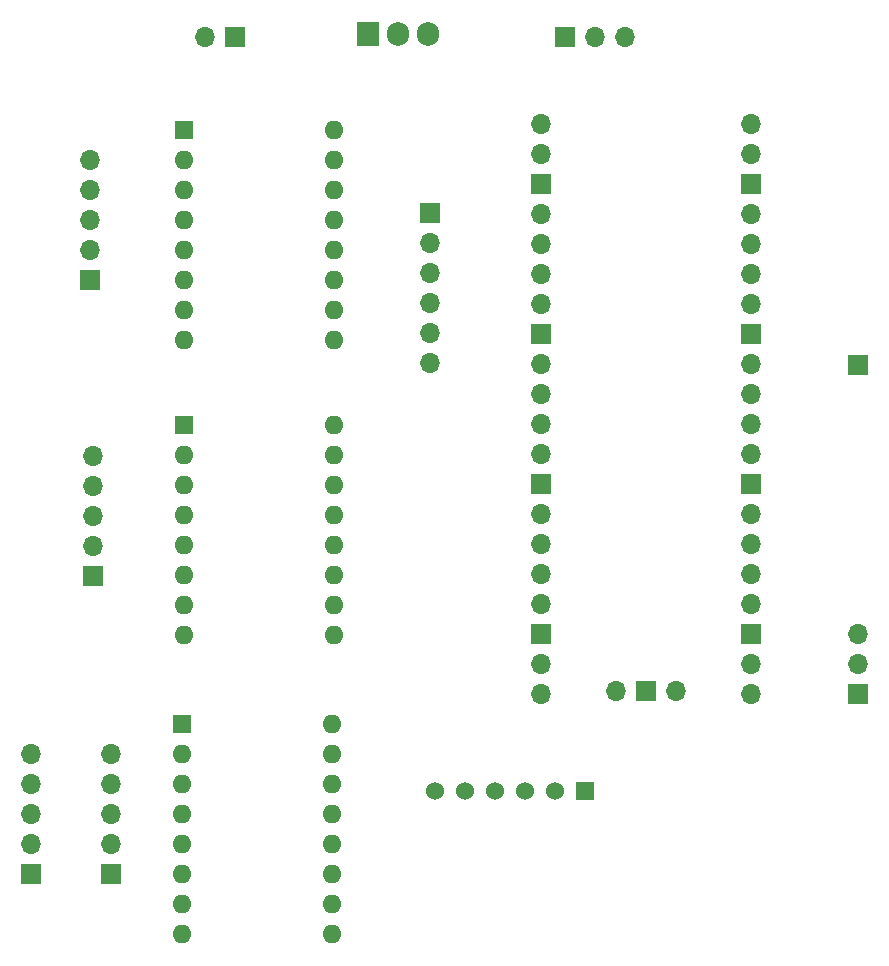
<source format=gbr>
%TF.GenerationSoftware,KiCad,Pcbnew,7.0.9*%
%TF.CreationDate,2023-12-03T20:45:46+01:00*%
%TF.ProjectId,Automatic_sampler_logic,4175746f-6d61-4746-9963-5f73616d706c,rev?*%
%TF.SameCoordinates,Original*%
%TF.FileFunction,Copper,L2,Bot*%
%TF.FilePolarity,Positive*%
%FSLAX46Y46*%
G04 Gerber Fmt 4.6, Leading zero omitted, Abs format (unit mm)*
G04 Created by KiCad (PCBNEW 7.0.9) date 2023-12-03 20:45:46*
%MOMM*%
%LPD*%
G01*
G04 APERTURE LIST*
%TA.AperFunction,ComponentPad*%
%ADD10R,1.905000X2.000000*%
%TD*%
%TA.AperFunction,ComponentPad*%
%ADD11O,1.905000X2.000000*%
%TD*%
%TA.AperFunction,ComponentPad*%
%ADD12R,1.600000X1.600000*%
%TD*%
%TA.AperFunction,ComponentPad*%
%ADD13O,1.600000X1.600000*%
%TD*%
%TA.AperFunction,ComponentPad*%
%ADD14R,1.700000X1.700000*%
%TD*%
%TA.AperFunction,ComponentPad*%
%ADD15O,1.700000X1.700000*%
%TD*%
%TA.AperFunction,ComponentPad*%
%ADD16R,1.524000X1.524000*%
%TD*%
%TA.AperFunction,ComponentPad*%
%ADD17C,1.524000*%
%TD*%
G04 APERTURE END LIST*
D10*
%TO.P,U5,1,VI*%
%TO.N,+12V*%
X133950000Y-54660000D03*
D11*
%TO.P,U5,2,GND*%
%TO.N,GND*%
X136490000Y-54660000D03*
%TO.P,U5,3,VO*%
%TO.N,+5V*%
X139030000Y-54660000D03*
%TD*%
D12*
%TO.P,A2,1,GND*%
%TO.N,GND*%
X118250000Y-113020000D03*
D13*
%TO.P,A2,2,~{FLT}*%
%TO.N,Net-(A2-~{FLT})*%
X118250000Y-115560000D03*
%TO.P,A2,3,A2*%
%TO.N,Net-(A2-A2)*%
X118250000Y-118100000D03*
%TO.P,A2,4,A1*%
%TO.N,Net-(A2-A1)*%
X118250000Y-120640000D03*
%TO.P,A2,5,B1*%
%TO.N,Net-(A2-B1)*%
X118250000Y-123180000D03*
%TO.P,A2,6,B2*%
%TO.N,Net-(A2-B2)*%
X118250000Y-125720000D03*
%TO.P,A2,7,GND*%
%TO.N,GND*%
X118250000Y-128260000D03*
%TO.P,A2,8,VMOT*%
%TO.N,+12V*%
X118250000Y-130800000D03*
%TO.P,A2,9,~{EN}*%
%TO.N,MOT_EN_X*%
X130950000Y-130800000D03*
%TO.P,A2,10,M0*%
%TO.N,unconnected-(A2-M0-Pad10)*%
X130950000Y-128260000D03*
%TO.P,A2,11,M1*%
%TO.N,unconnected-(A2-M1-Pad11)*%
X130950000Y-125720000D03*
%TO.P,A2,12,M2*%
%TO.N,unconnected-(A2-M2-Pad12)*%
X130950000Y-123180000D03*
%TO.P,A2,13,~{RST}*%
%TO.N,+5V*%
X130950000Y-120640000D03*
%TO.P,A2,14,~{SLP}*%
X130950000Y-118100000D03*
%TO.P,A2,15,STEP*%
%TO.N,MOT_ST*%
X130950000Y-115560000D03*
%TO.P,A2,16,DIR*%
%TO.N,MOT_DIR*%
X130950000Y-113020000D03*
%TD*%
D14*
%TO.P,J6,1,Pin_1*%
%TO.N,LCD_D7*%
X139225000Y-69835000D03*
D15*
%TO.P,J6,2,Pin_2*%
%TO.N,LCD_D6*%
X139225000Y-72375000D03*
%TO.P,J6,3,Pin_3*%
%TO.N,LCD_D5*%
X139225000Y-74915000D03*
%TO.P,J6,4,Pin_4*%
%TO.N,LCD_D4*%
X139225000Y-77455000D03*
%TO.P,J6,5,Pin_5*%
%TO.N,LCD_RS*%
X139225000Y-79995000D03*
%TO.P,J6,6,Pin_6*%
%TO.N,LCD_E*%
X139225000Y-82535000D03*
%TD*%
D14*
%TO.P,J1,1,Pin_1*%
%TO.N,Net-(A2-B2)*%
X105450000Y-125780000D03*
D15*
%TO.P,J1,2,Pin_2*%
%TO.N,Net-(A2-B1)*%
X105450000Y-123240000D03*
%TO.P,J1,3,Pin_3*%
%TO.N,Net-(A2-A1)*%
X105450000Y-120700000D03*
%TO.P,J1,4,Pin_4*%
%TO.N,Net-(A2-A2)*%
X105450000Y-118160000D03*
%TO.P,J1,5,Pin_5*%
%TO.N,Net-(A2-~{FLT})*%
X105450000Y-115620000D03*
%TD*%
D14*
%TO.P,J4,1,Pin_1*%
%TO.N,GND*%
X122700000Y-54910000D03*
D15*
%TO.P,J4,2,Pin_2*%
%TO.N,+12V*%
X120160000Y-54910000D03*
%TD*%
D14*
%TO.P,J8,1,Pin_1*%
%TO.N,Button*%
X175450000Y-82660000D03*
%TD*%
%TO.P,J7,1,Pin_1*%
%TO.N,+5V*%
X150610000Y-54910000D03*
D15*
%TO.P,J7,2,Pin_2*%
%TO.N,+3.3V*%
X153150000Y-54910000D03*
%TO.P,J7,3,Pin_3*%
%TO.N,GND*%
X155690000Y-54910000D03*
%TD*%
D16*
%TO.P,A1,1,3V3*%
%TO.N,+3.3V*%
X152300000Y-118710000D03*
D17*
%TO.P,A1,2,CS*%
%TO.N,SD_CS*%
X149760000Y-118710000D03*
%TO.P,A1,3,MOSI*%
%TO.N,SD_MOSI*%
X147220000Y-118710000D03*
%TO.P,A1,4,CLK*%
%TO.N,SD_CLK*%
X144680000Y-118710000D03*
%TO.P,A1,5,MISO*%
%TO.N,SD_MISO*%
X142140000Y-118710000D03*
%TO.P,A1,6,GND*%
%TO.N,GND*%
X139600000Y-118710000D03*
%TD*%
D14*
%TO.P,J2,1,Pin_1*%
%TO.N,Net-(A3-B2)*%
X110700000Y-100490000D03*
D15*
%TO.P,J2,2,Pin_2*%
%TO.N,Net-(A3-B1)*%
X110700000Y-97950000D03*
%TO.P,J2,3,Pin_3*%
%TO.N,Net-(A3-A1)*%
X110700000Y-95410000D03*
%TO.P,J2,4,Pin_4*%
%TO.N,Net-(A3-A2)*%
X110700000Y-92870000D03*
%TO.P,J2,5,Pin_5*%
%TO.N,Net-(A3-~{FLT})*%
X110700000Y-90330000D03*
%TD*%
D14*
%TO.P,J9,1,Pin_1*%
%TO.N,Net-(A2-B2)*%
X112200000Y-125780000D03*
D15*
%TO.P,J9,2,Pin_2*%
%TO.N,Net-(A2-B1)*%
X112200000Y-123240000D03*
%TO.P,J9,3,Pin_3*%
%TO.N,Net-(A2-A1)*%
X112200000Y-120700000D03*
%TO.P,J9,4,Pin_4*%
%TO.N,Net-(A2-A2)*%
X112200000Y-118160000D03*
%TO.P,J9,5,Pin_5*%
%TO.N,Net-(A2-~{FLT})*%
X112200000Y-115620000D03*
%TD*%
D14*
%TO.P,J5,1,Pin_1*%
%TO.N,F_X*%
X175450000Y-110490000D03*
D15*
%TO.P,J5,2,Pin_2*%
%TO.N,F_Y*%
X175450000Y-107950000D03*
%TO.P,J5,3,Pin_3*%
%TO.N,F_Z*%
X175450000Y-105410000D03*
%TD*%
%TO.P,U4,1,GPIO0*%
%TO.N,MOT_ST*%
X148585000Y-62250000D03*
%TO.P,U4,2,GPIO1*%
%TO.N,MOT_DIR*%
X148585000Y-64790000D03*
D14*
%TO.P,U4,3,GND*%
%TO.N,unconnected-(U4-GND-Pad3)*%
X148585000Y-67330000D03*
D15*
%TO.P,U4,4,GPIO2*%
%TO.N,LCD_D7*%
X148585000Y-69870000D03*
%TO.P,U4,5,GPIO3*%
%TO.N,LCD_D6*%
X148585000Y-72410000D03*
%TO.P,U4,6,GPIO4*%
%TO.N,LCD_D5*%
X148585000Y-74950000D03*
%TO.P,U4,7,GPIO5*%
%TO.N,LCD_D4*%
X148585000Y-77490000D03*
D14*
%TO.P,U4,8,GND*%
%TO.N,unconnected-(U4-GND-Pad8)*%
X148585000Y-80030000D03*
D15*
%TO.P,U4,9,GPIO6*%
%TO.N,MOT_EN_X*%
X148585000Y-82570000D03*
%TO.P,U4,10,GPIO7*%
%TO.N,MOT_EN_Y*%
X148585000Y-85110000D03*
%TO.P,U4,11,GPIO8*%
%TO.N,SD_MISO*%
X148585000Y-87650000D03*
%TO.P,U4,12,GPIO9*%
%TO.N,MOT_EN_Z*%
X148585000Y-90190000D03*
D14*
%TO.P,U4,13,GND*%
%TO.N,unconnected-(U4-GND-Pad13)*%
X148585000Y-92730000D03*
D15*
%TO.P,U4,14,GPIO10*%
%TO.N,SD_CLK*%
X148585000Y-95270000D03*
%TO.P,U4,15,GPIO11*%
%TO.N,LCD_E*%
X148585000Y-97810000D03*
%TO.P,U4,16,GPIO12*%
%TO.N,LCD_RS*%
X148585000Y-100350000D03*
%TO.P,U4,17,GPIO13*%
%TO.N,SD_CS*%
X148585000Y-102890000D03*
D14*
%TO.P,U4,18,GND*%
%TO.N,unconnected-(U4-GND-Pad18)*%
X148585000Y-105430000D03*
D15*
%TO.P,U4,19,GPIO14*%
%TO.N,unconnected-(U4-GPIO14-Pad19)*%
X148585000Y-107970000D03*
%TO.P,U4,20,GPIO15*%
%TO.N,SD_MOSI*%
X148585000Y-110510000D03*
%TO.P,U4,21,GPIO16*%
%TO.N,F_X*%
X166365000Y-110510000D03*
%TO.P,U4,22,GPIO17*%
%TO.N,F_Y*%
X166365000Y-107970000D03*
D14*
%TO.P,U4,23,GND*%
%TO.N,unconnected-(U4-GND-Pad23)*%
X166365000Y-105430000D03*
D15*
%TO.P,U4,24,GPIO18*%
%TO.N,unconnected-(U4-GPIO18-Pad24)*%
X166365000Y-102890000D03*
%TO.P,U4,25,GPIO19*%
%TO.N,unconnected-(U4-GPIO19-Pad25)*%
X166365000Y-100350000D03*
%TO.P,U4,26,GPIO20*%
%TO.N,unconnected-(U4-GPIO20-Pad26)*%
X166365000Y-97810000D03*
%TO.P,U4,27,GPIO21*%
%TO.N,unconnected-(U4-GPIO21-Pad27)*%
X166365000Y-95270000D03*
D14*
%TO.P,U4,28,GND*%
%TO.N,unconnected-(U4-GND-Pad28)*%
X166365000Y-92730000D03*
D15*
%TO.P,U4,29,GPIO22*%
%TO.N,F_Z*%
X166365000Y-90190000D03*
%TO.P,U4,30,RUN*%
%TO.N,unconnected-(U4-RUN-Pad30)*%
X166365000Y-87650000D03*
%TO.P,U4,31,GPIO26_ADC0*%
%TO.N,unconnected-(U4-GPIO26_ADC0-Pad31)*%
X166365000Y-85110000D03*
%TO.P,U4,32,GPIO27_ADC1*%
%TO.N,Button*%
X166365000Y-82570000D03*
D14*
%TO.P,U4,33,AGND*%
%TO.N,unconnected-(U4-AGND-Pad33)*%
X166365000Y-80030000D03*
D15*
%TO.P,U4,34,GPIO28_ADC2*%
%TO.N,unconnected-(U4-GPIO28_ADC2-Pad34)*%
X166365000Y-77490000D03*
%TO.P,U4,35,ADC_VREF*%
%TO.N,unconnected-(U4-ADC_VREF-Pad35)*%
X166365000Y-74950000D03*
%TO.P,U4,36,3V3*%
%TO.N,+3.3V*%
X166365000Y-72410000D03*
%TO.P,U4,37,3V3_EN*%
%TO.N,unconnected-(U4-3V3_EN-Pad37)*%
X166365000Y-69870000D03*
D14*
%TO.P,U4,38,GND*%
%TO.N,GND*%
X166365000Y-67330000D03*
D15*
%TO.P,U4,39,VSYS*%
%TO.N,+5V*%
X166365000Y-64790000D03*
%TO.P,U4,40,VBUS*%
%TO.N,unconnected-(U4-VBUS-Pad40)*%
X166365000Y-62250000D03*
%TO.P,U4,41,SWCLK*%
%TO.N,unconnected-(U4-SWCLK-Pad41)*%
X154935000Y-110280000D03*
D14*
%TO.P,U4,42,GND*%
%TO.N,unconnected-(U4-GND-Pad42)*%
X157475000Y-110280000D03*
D15*
%TO.P,U4,43,SWDIO*%
%TO.N,unconnected-(U4-SWDIO-Pad43)*%
X160015000Y-110280000D03*
%TD*%
D12*
%TO.P,A4,1,GND*%
%TO.N,GND*%
X118360000Y-62770000D03*
D13*
%TO.P,A4,2,~{FLT}*%
%TO.N,Net-(A4-~{FLT})*%
X118360000Y-65310000D03*
%TO.P,A4,3,A2*%
%TO.N,Net-(A4-A2)*%
X118360000Y-67850000D03*
%TO.P,A4,4,A1*%
%TO.N,Net-(A4-A1)*%
X118360000Y-70390000D03*
%TO.P,A4,5,B1*%
%TO.N,Net-(A4-B1)*%
X118360000Y-72930000D03*
%TO.P,A4,6,B2*%
%TO.N,Net-(A4-B2)*%
X118360000Y-75470000D03*
%TO.P,A4,7,GND*%
%TO.N,GND*%
X118360000Y-78010000D03*
%TO.P,A4,8,VMOT*%
%TO.N,+12V*%
X118360000Y-80550000D03*
%TO.P,A4,9,~{EN}*%
%TO.N,MOT_EN_Z*%
X131060000Y-80550000D03*
%TO.P,A4,10,M0*%
%TO.N,unconnected-(A4-M0-Pad10)*%
X131060000Y-78010000D03*
%TO.P,A4,11,M1*%
%TO.N,unconnected-(A4-M1-Pad11)*%
X131060000Y-75470000D03*
%TO.P,A4,12,M2*%
%TO.N,unconnected-(A4-M2-Pad12)*%
X131060000Y-72930000D03*
%TO.P,A4,13,~{RST}*%
%TO.N,+5V*%
X131060000Y-70390000D03*
%TO.P,A4,14,~{SLP}*%
X131060000Y-67850000D03*
%TO.P,A4,15,STEP*%
%TO.N,MOT_ST*%
X131060000Y-65310000D03*
%TO.P,A4,16,DIR*%
%TO.N,MOT_DIR*%
X131060000Y-62770000D03*
%TD*%
D12*
%TO.P,A3,1,GND*%
%TO.N,GND*%
X118360000Y-87770000D03*
D13*
%TO.P,A3,2,~{FLT}*%
%TO.N,Net-(A3-~{FLT})*%
X118360000Y-90310000D03*
%TO.P,A3,3,A2*%
%TO.N,Net-(A3-A2)*%
X118360000Y-92850000D03*
%TO.P,A3,4,A1*%
%TO.N,Net-(A3-A1)*%
X118360000Y-95390000D03*
%TO.P,A3,5,B1*%
%TO.N,Net-(A3-B1)*%
X118360000Y-97930000D03*
%TO.P,A3,6,B2*%
%TO.N,Net-(A3-B2)*%
X118360000Y-100470000D03*
%TO.P,A3,7,GND*%
%TO.N,GND*%
X118360000Y-103010000D03*
%TO.P,A3,8,VMOT*%
%TO.N,+12V*%
X118360000Y-105550000D03*
%TO.P,A3,9,~{EN}*%
%TO.N,MOT_EN_Y*%
X131060000Y-105550000D03*
%TO.P,A3,10,M0*%
%TO.N,unconnected-(A3-M0-Pad10)*%
X131060000Y-103010000D03*
%TO.P,A3,11,M1*%
%TO.N,unconnected-(A3-M1-Pad11)*%
X131060000Y-100470000D03*
%TO.P,A3,12,M2*%
%TO.N,unconnected-(A3-M2-Pad12)*%
X131060000Y-97930000D03*
%TO.P,A3,13,~{RST}*%
%TO.N,+5V*%
X131060000Y-95390000D03*
%TO.P,A3,14,~{SLP}*%
X131060000Y-92850000D03*
%TO.P,A3,15,STEP*%
%TO.N,MOT_ST*%
X131060000Y-90310000D03*
%TO.P,A3,16,DIR*%
%TO.N,MOT_DIR*%
X131060000Y-87770000D03*
%TD*%
D14*
%TO.P,J3,1,Pin_1*%
%TO.N,Net-(A4-B2)*%
X110450000Y-75490000D03*
D15*
%TO.P,J3,2,Pin_2*%
%TO.N,Net-(A4-B1)*%
X110450000Y-72950000D03*
%TO.P,J3,3,Pin_3*%
%TO.N,Net-(A4-A1)*%
X110450000Y-70410000D03*
%TO.P,J3,4,Pin_4*%
%TO.N,Net-(A4-A2)*%
X110450000Y-67870000D03*
%TO.P,J3,5,Pin_5*%
%TO.N,Net-(A4-~{FLT})*%
X110450000Y-65330000D03*
%TD*%
M02*

</source>
